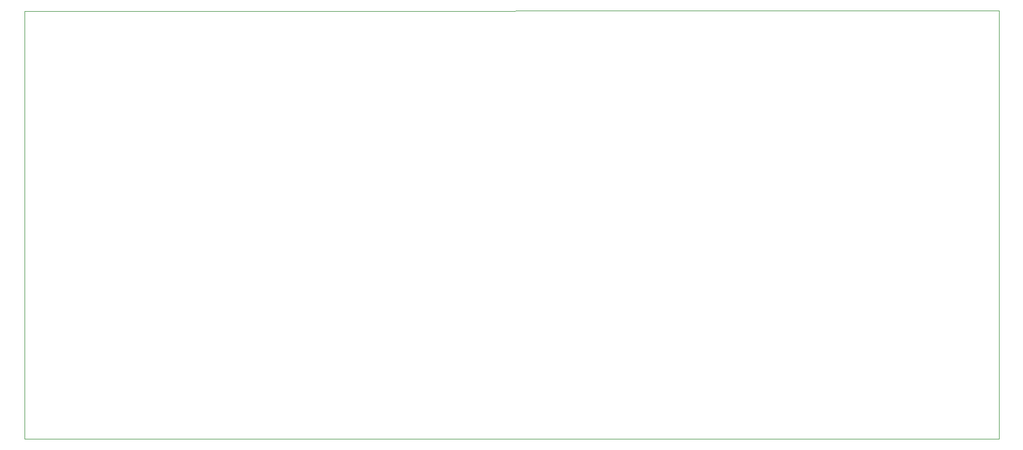
<source format=gm1>
G04 #@! TF.GenerationSoftware,KiCad,Pcbnew,5.1.10-1.fc34*
G04 #@! TF.CreationDate,2021-07-05T17:18:35-07:00*
G04 #@! TF.ProjectId,prius_gen2,70726975-735f-4676-956e-322e6b696361,rev?*
G04 #@! TF.SameCoordinates,Original*
G04 #@! TF.FileFunction,Profile,NP*
%FSLAX46Y46*%
G04 Gerber Fmt 4.6, Leading zero omitted, Abs format (unit mm)*
G04 Created by KiCad (PCBNEW 5.1.10-1.fc34) date 2021-07-05 17:18:35*
%MOMM*%
%LPD*%
G01*
G04 APERTURE LIST*
G04 #@! TA.AperFunction,Profile*
%ADD10C,0.050000*%
G04 #@! TD*
G04 APERTURE END LIST*
D10*
X214566500Y-129389000D02*
X214566500Y-64389000D01*
X66775500Y-129412000D02*
X214566500Y-129389000D01*
X66775500Y-64412000D02*
X66775500Y-129412000D01*
X214566500Y-64389000D02*
X66775500Y-64412000D01*
M02*

</source>
